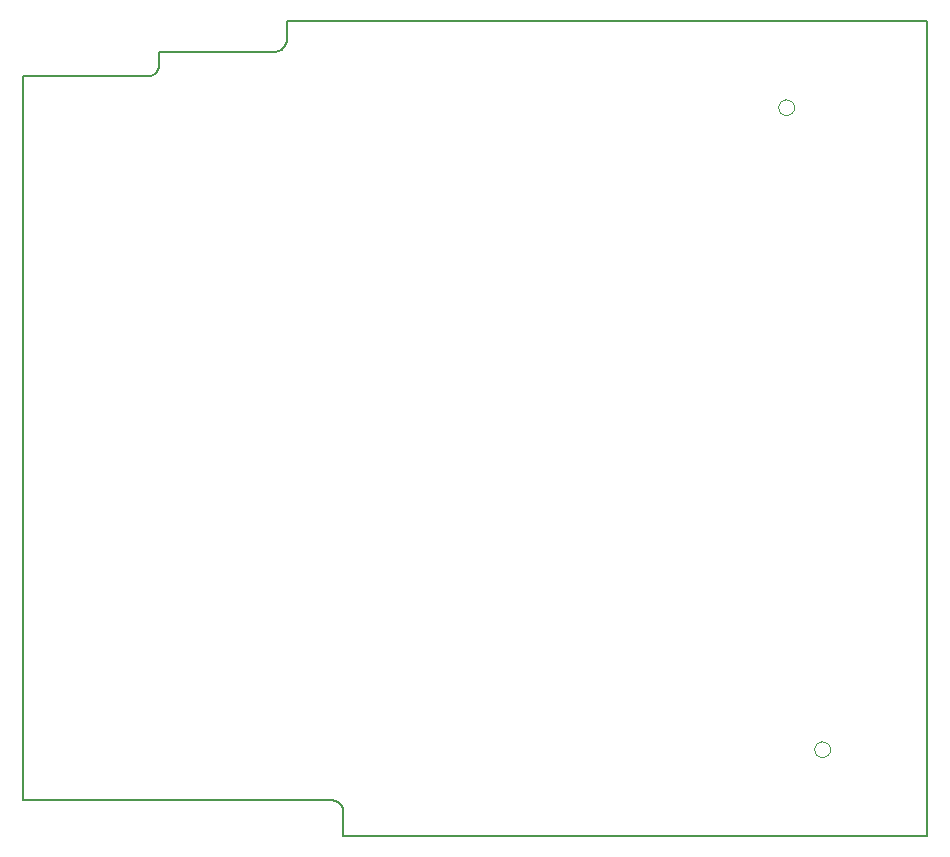
<source format=gko>
G75*
%MOIN*%
%OFA0B0*%
%FSLAX24Y24*%
%IPPOS*%
%LPD*%
%AMOC8*
5,1,8,0,0,1.08239X$1,22.5*
%
%ADD10C,0.0000*%
%ADD11C,0.0050*%
D10*
X031520Y027785D02*
X031522Y027817D01*
X031528Y027848D01*
X031538Y027879D01*
X031551Y027908D01*
X031568Y027935D01*
X031588Y027960D01*
X031611Y027982D01*
X031636Y028002D01*
X031664Y028018D01*
X031694Y028030D01*
X031724Y028039D01*
X031756Y028044D01*
X031788Y028045D01*
X031820Y028042D01*
X031851Y028035D01*
X031881Y028024D01*
X031910Y028010D01*
X031937Y027992D01*
X031961Y027972D01*
X031983Y027948D01*
X032001Y027922D01*
X032016Y027894D01*
X032028Y027864D01*
X032036Y027833D01*
X032040Y027801D01*
X032040Y027769D01*
X032036Y027737D01*
X032028Y027706D01*
X032016Y027676D01*
X032001Y027648D01*
X031983Y027622D01*
X031961Y027598D01*
X031937Y027578D01*
X031910Y027560D01*
X031881Y027546D01*
X031851Y027535D01*
X031820Y027528D01*
X031788Y027525D01*
X031756Y027526D01*
X031724Y027531D01*
X031694Y027540D01*
X031664Y027552D01*
X031636Y027568D01*
X031611Y027588D01*
X031588Y027610D01*
X031568Y027635D01*
X031551Y027662D01*
X031538Y027691D01*
X031528Y027722D01*
X031522Y027753D01*
X031520Y027785D01*
X032720Y006385D02*
X032722Y006417D01*
X032728Y006448D01*
X032738Y006479D01*
X032751Y006508D01*
X032768Y006535D01*
X032788Y006560D01*
X032811Y006582D01*
X032836Y006602D01*
X032864Y006618D01*
X032894Y006630D01*
X032924Y006639D01*
X032956Y006644D01*
X032988Y006645D01*
X033020Y006642D01*
X033051Y006635D01*
X033081Y006624D01*
X033110Y006610D01*
X033137Y006592D01*
X033161Y006572D01*
X033183Y006548D01*
X033201Y006522D01*
X033216Y006494D01*
X033228Y006464D01*
X033236Y006433D01*
X033240Y006401D01*
X033240Y006369D01*
X033236Y006337D01*
X033228Y006306D01*
X033216Y006276D01*
X033201Y006248D01*
X033183Y006222D01*
X033161Y006198D01*
X033137Y006178D01*
X033110Y006160D01*
X033081Y006146D01*
X033051Y006135D01*
X033020Y006128D01*
X032988Y006125D01*
X032956Y006126D01*
X032924Y006131D01*
X032894Y006140D01*
X032864Y006152D01*
X032836Y006168D01*
X032811Y006188D01*
X032788Y006210D01*
X032768Y006235D01*
X032751Y006262D01*
X032738Y006291D01*
X032728Y006322D01*
X032722Y006353D01*
X032720Y006385D01*
D11*
X016629Y004680D02*
X006353Y004680D01*
X006353Y028814D01*
X010487Y028814D01*
X010526Y028816D01*
X010564Y028822D01*
X010601Y028831D01*
X010638Y028844D01*
X010673Y028861D01*
X010706Y028880D01*
X010737Y028903D01*
X010766Y028929D01*
X010792Y028958D01*
X010815Y028989D01*
X010834Y029022D01*
X010851Y029057D01*
X010864Y029094D01*
X010873Y029131D01*
X010879Y029169D01*
X010881Y029208D01*
X010881Y029641D01*
X014739Y029641D01*
X014739Y029640D02*
X014778Y029642D01*
X014816Y029648D01*
X014853Y029657D01*
X014890Y029670D01*
X014925Y029687D01*
X014958Y029706D01*
X014989Y029729D01*
X015018Y029755D01*
X015044Y029784D01*
X015067Y029815D01*
X015086Y029848D01*
X015103Y029883D01*
X015116Y029920D01*
X015125Y029957D01*
X015131Y029995D01*
X015133Y030034D01*
X015133Y030664D01*
X036471Y030664D01*
X036471Y003499D01*
X017023Y003499D01*
X017023Y004286D01*
X017021Y004325D01*
X017015Y004363D01*
X017006Y004400D01*
X016993Y004437D01*
X016976Y004472D01*
X016957Y004505D01*
X016934Y004536D01*
X016908Y004565D01*
X016879Y004591D01*
X016848Y004614D01*
X016815Y004633D01*
X016780Y004650D01*
X016743Y004663D01*
X016706Y004672D01*
X016668Y004678D01*
X016629Y004680D01*
M02*

</source>
